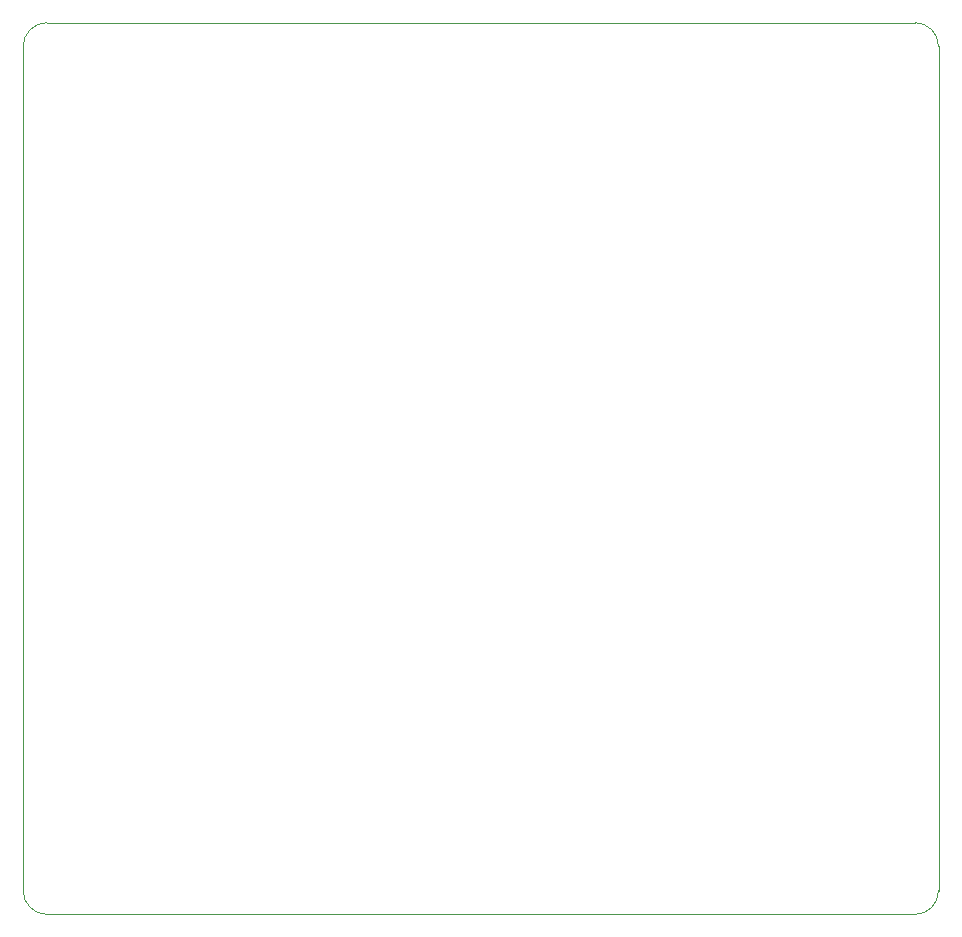
<source format=gbr>
%TF.GenerationSoftware,KiCad,Pcbnew,9.0.4-1.fc42*%
%TF.CreationDate,2025-09-30T23:52:09+02:00*%
%TF.ProjectId,SweFlopsMini8,53776546-6c6f-4707-934d-696e69382e6b,1.01*%
%TF.SameCoordinates,PX5243920PY1cca9b0*%
%TF.FileFunction,Profile,NP*%
%FSLAX46Y46*%
G04 Gerber Fmt 4.6, Leading zero omitted, Abs format (unit mm)*
G04 Created by KiCad (PCBNEW 9.0.4-1.fc42) date 2025-09-30 23:52:09*
%MOMM*%
%LPD*%
G01*
G04 APERTURE LIST*
%TA.AperFunction,Profile*%
%ADD10C,0.050000*%
%TD*%
G04 APERTURE END LIST*
D10*
X-13260000Y-27310000D02*
X-13260000Y-98810000D01*
X-11260000Y-100810000D02*
G75*
G02*
X-13260000Y-98810000I0J2000000D01*
G01*
X-11260000Y-100810000D02*
X62240000Y-100810000D01*
X-13260000Y-27310000D02*
G75*
G02*
X-11260000Y-25310000I2000000J0D01*
G01*
X-11260000Y-25310000D02*
X62240000Y-25310000D01*
X64240000Y-98810000D02*
X64240000Y-27310000D01*
X62240000Y-25310000D02*
G75*
G02*
X64240000Y-27310000I0J-2000000D01*
G01*
X64240000Y-98810000D02*
G75*
G02*
X62240000Y-100810000I-2000000J0D01*
G01*
M02*

</source>
